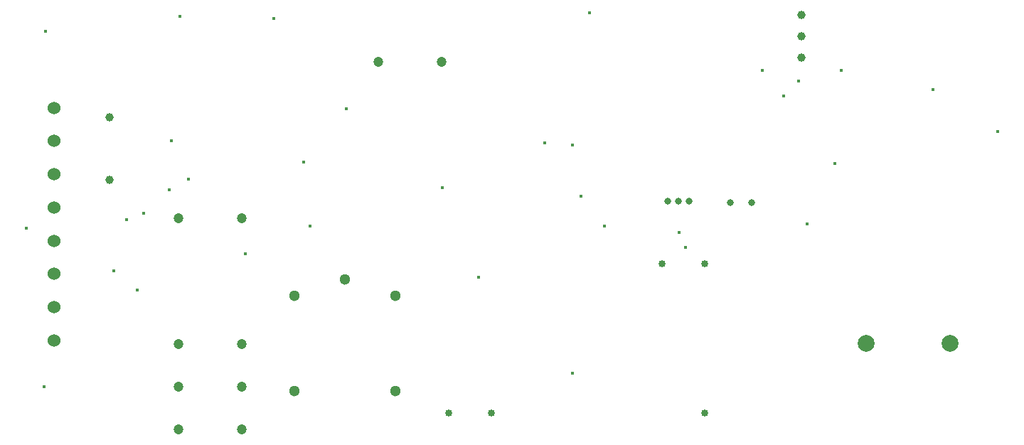
<source format=gbr>
%TF.GenerationSoftware,KiCad,Pcbnew,7.0.0-1.fc36*%
%TF.CreationDate,2023-03-23T22:09:36-05:00*%
%TF.ProjectId,2275Mod,32323735-4d6f-4642-9e6b-696361645f70,rev?*%
%TF.SameCoordinates,Original*%
%TF.FileFunction,Plated,1,2,PTH,Drill*%
%TF.FilePolarity,Positive*%
%FSLAX46Y46*%
G04 Gerber Fmt 4.6, Leading zero omitted, Abs format (unit mm)*
G04 Created by KiCad (PCBNEW 7.0.0-1.fc36) date 2023-03-23 22:09:36*
%MOMM*%
%LPD*%
G01*
G04 APERTURE LIST*
%TA.AperFunction,ViaDrill*%
%ADD10C,0.400000*%
%TD*%
%TA.AperFunction,ComponentDrill*%
%ADD11C,0.800000*%
%TD*%
%TA.AperFunction,ComponentDrill*%
%ADD12C,0.830000*%
%TD*%
%TA.AperFunction,ComponentDrill*%
%ADD13C,0.850000*%
%TD*%
%TA.AperFunction,ComponentDrill*%
%ADD14C,1.000000*%
%TD*%
%TA.AperFunction,ComponentDrill*%
%ADD15C,1.200000*%
%TD*%
%TA.AperFunction,ComponentDrill*%
%ADD16C,1.300000*%
%TD*%
%TA.AperFunction,ComponentDrill*%
%ADD17C,1.524000*%
%TD*%
%TA.AperFunction,ComponentDrill*%
%ADD18C,2.000000*%
%TD*%
G04 APERTURE END LIST*
D10*
X103886000Y-101092000D03*
X106019600Y-119989600D03*
X106172000Y-77622400D03*
X114300000Y-106172000D03*
X115824000Y-100076000D03*
X117094000Y-108458000D03*
X117856000Y-99314000D03*
X120899701Y-96515701D03*
X121158000Y-90678000D03*
X122174000Y-75895200D03*
X123190000Y-95250000D03*
X129997200Y-104190800D03*
X133400800Y-76098400D03*
X136906000Y-93218000D03*
X137668000Y-100838000D03*
X141986000Y-86868000D03*
X153416000Y-96266000D03*
X157784800Y-106984800D03*
X165608000Y-90932000D03*
X168910000Y-91186000D03*
X168910000Y-118364000D03*
X169926000Y-97282000D03*
X170942000Y-75438000D03*
X172715701Y-100833701D03*
X181610000Y-101600000D03*
X182372000Y-103378000D03*
X191516000Y-82296000D03*
X194056000Y-85344000D03*
X195834000Y-83566000D03*
X196850000Y-100584000D03*
X200152000Y-93370400D03*
X200914000Y-82296000D03*
X211836000Y-84582000D03*
X219608400Y-89611200D03*
D11*
%TO.C,C3*%
X187770888Y-98044000D03*
X190270888Y-98044000D03*
D12*
%TO.C,U1*%
X180256250Y-97885500D03*
X181526250Y-97885500D03*
X182796250Y-97885500D03*
D13*
%TO.C,PS1*%
X154167500Y-123104500D03*
X159247500Y-123104500D03*
X179567500Y-105324500D03*
X184647500Y-105324500D03*
X184647500Y-123104500D03*
D14*
%TO.C,C1*%
X113792000Y-87884000D03*
X113792000Y-95384000D03*
%TO.C,J201*%
X196215000Y-75692000D03*
X196215000Y-78232000D03*
X196215000Y-80772000D03*
D15*
%TO.C,K1*%
X122047000Y-99917000D03*
X122047000Y-114903000D03*
X122047000Y-119983000D03*
X122047000Y-125063000D03*
X129540000Y-99917000D03*
X129540000Y-114903000D03*
X129540000Y-119983000D03*
X129540000Y-125063000D03*
%TO.C,C2*%
X145839246Y-81280000D03*
X153339246Y-81280000D03*
D16*
%TO.C,K2*%
X135876501Y-109177604D03*
X135876501Y-120477599D03*
X141876500Y-107177602D03*
X147876499Y-109177604D03*
X147876499Y-120477599D03*
D17*
%TO.C,J1*%
X107186000Y-86757500D03*
X107186000Y-90717500D03*
X107186000Y-94677500D03*
X107186000Y-98637500D03*
X107186000Y-102597500D03*
X107186000Y-106557500D03*
X107186000Y-110517500D03*
X107186000Y-114477500D03*
D18*
%TO.C,C201*%
X203928630Y-114808000D03*
X213928630Y-114808000D03*
M02*

</source>
